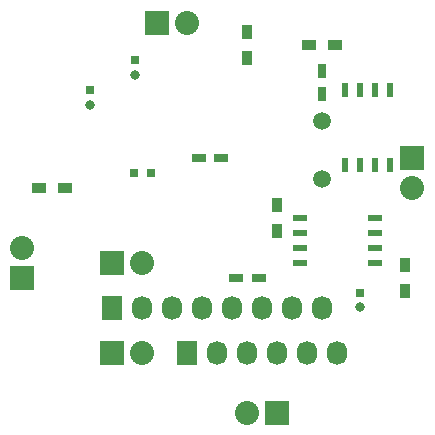
<source format=gbr>
G04 #@! TF.FileFunction,Soldermask,Bot*
%FSLAX46Y46*%
G04 Gerber Fmt 4.6, Leading zero omitted, Abs format (unit mm)*
G04 Created by KiCad (PCBNEW 4.0.3+e1-6302~38~ubuntu16.04.1-stable) date Mon Aug 29 22:27:36 2016*
%MOMM*%
%LPD*%
G01*
G04 APERTURE LIST*
%ADD10C,0.100000*%
%ADD11C,1.501140*%
%ADD12R,1.200000X0.750000*%
%ADD13R,0.750000X1.200000*%
%ADD14R,1.727200X2.032000*%
%ADD15O,1.727200X2.032000*%
%ADD16R,0.800000X0.800000*%
%ADD17O,0.800000X0.800000*%
%ADD18R,0.797560X0.797560*%
%ADD19R,2.032000X2.032000*%
%ADD20O,2.032000X2.032000*%
%ADD21R,1.143000X0.508000*%
%ADD22R,0.508000X1.143000*%
%ADD23R,0.900000X1.200000*%
%ADD24R,1.200000X0.900000*%
G04 APERTURE END LIST*
D10*
D11*
X88900000Y-80545940D03*
X88900000Y-75664060D03*
D12*
X78425000Y-78740000D03*
X80325000Y-78740000D03*
D13*
X88900000Y-71440000D03*
X88900000Y-73340000D03*
D12*
X83500000Y-88900000D03*
X81600000Y-88900000D03*
D14*
X71120000Y-91440000D03*
D15*
X73660000Y-91440000D03*
X76200000Y-91440000D03*
X78740000Y-91440000D03*
X81280000Y-91440000D03*
X83820000Y-91440000D03*
X86360000Y-91440000D03*
X88900000Y-91440000D03*
D14*
X77470000Y-95250000D03*
D15*
X80010000Y-95250000D03*
X82550000Y-95250000D03*
X85090000Y-95250000D03*
X87630000Y-95250000D03*
X90170000Y-95250000D03*
D16*
X73025000Y-70485000D03*
D17*
X73025000Y-71735000D03*
D16*
X69215000Y-73025000D03*
D17*
X69215000Y-74275000D03*
D18*
X72910700Y-80010000D03*
X74409300Y-80010000D03*
D19*
X63500000Y-88900000D03*
D20*
X63500000Y-86360000D03*
D19*
X74930000Y-67310000D03*
D20*
X77470000Y-67310000D03*
D19*
X96520000Y-78740000D03*
D20*
X96520000Y-81280000D03*
D19*
X85090000Y-100330000D03*
D20*
X82550000Y-100330000D03*
D19*
X71120000Y-87630000D03*
D20*
X73660000Y-87630000D03*
D19*
X71120000Y-95250000D03*
D20*
X73660000Y-95250000D03*
D21*
X93345000Y-87630000D03*
X93345000Y-86360000D03*
X93345000Y-85090000D03*
X93345000Y-83820000D03*
X86995000Y-83820000D03*
X86995000Y-85090000D03*
X86995000Y-86360000D03*
X86995000Y-87630000D03*
D22*
X90805000Y-79375000D03*
X92075000Y-79375000D03*
X93345000Y-79375000D03*
X94615000Y-79375000D03*
X94615000Y-73025000D03*
X93345000Y-73025000D03*
X92075000Y-73025000D03*
X90805000Y-73025000D03*
D23*
X95885000Y-90000000D03*
X95885000Y-87800000D03*
D24*
X67140000Y-81280000D03*
X64940000Y-81280000D03*
D23*
X82550000Y-70315000D03*
X82550000Y-68115000D03*
X85090000Y-84920000D03*
X85090000Y-82720000D03*
D24*
X87800000Y-69215000D03*
X90000000Y-69215000D03*
D16*
X92075000Y-90170000D03*
D17*
X92075000Y-91420000D03*
M02*

</source>
